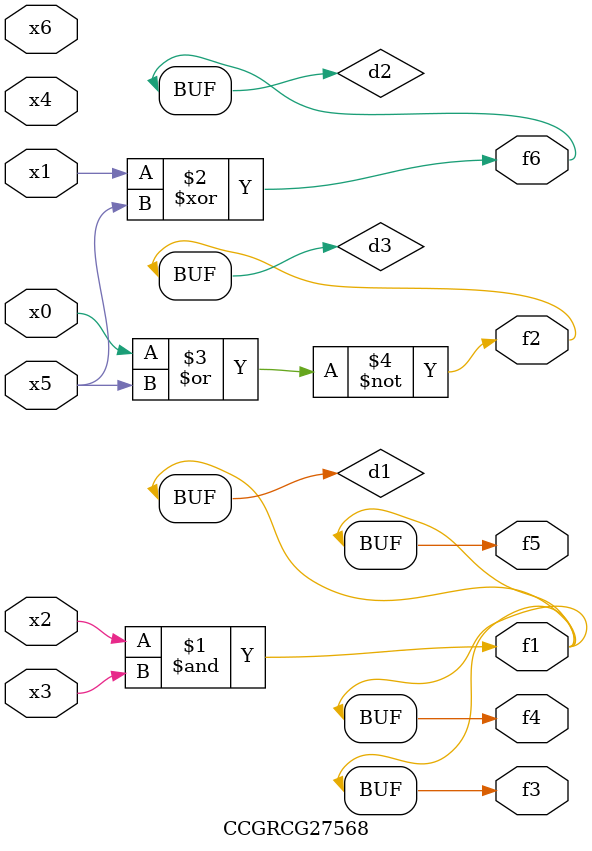
<source format=v>
module CCGRCG27568(
	input x0, x1, x2, x3, x4, x5, x6,
	output f1, f2, f3, f4, f5, f6
);

	wire d1, d2, d3;

	and (d1, x2, x3);
	xor (d2, x1, x5);
	nor (d3, x0, x5);
	assign f1 = d1;
	assign f2 = d3;
	assign f3 = d1;
	assign f4 = d1;
	assign f5 = d1;
	assign f6 = d2;
endmodule

</source>
